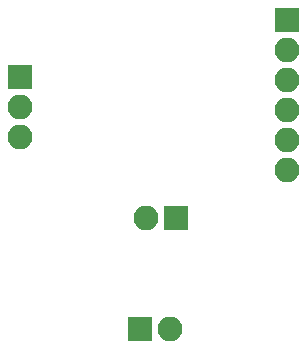
<source format=gbr>
G04 #@! TF.GenerationSoftware,KiCad,Pcbnew,5.0.0-fee4fd1~66~ubuntu16.04.1*
G04 #@! TF.CreationDate,2018-12-09T19:45:05+07:00*
G04 #@! TF.ProjectId,master_circuit,6D61737465725F636972637569742E6B,rev?*
G04 #@! TF.SameCoordinates,Original*
G04 #@! TF.FileFunction,Soldermask,Bot*
G04 #@! TF.FilePolarity,Negative*
%FSLAX46Y46*%
G04 Gerber Fmt 4.6, Leading zero omitted, Abs format (unit mm)*
G04 Created by KiCad (PCBNEW 5.0.0-fee4fd1~66~ubuntu16.04.1) date Sun Dec  9 19:45:05 2018*
%MOMM*%
%LPD*%
G01*
G04 APERTURE LIST*
%ADD10R,2.100000X2.100000*%
%ADD11O,2.100000X2.100000*%
G04 APERTURE END LIST*
D10*
G04 #@! TO.C,J1*
X168402000Y-63500000D03*
D11*
X168402000Y-66040000D03*
X168402000Y-68580000D03*
X168402000Y-71120000D03*
X168402000Y-73660000D03*
X168402000Y-76200000D03*
G04 #@! TD*
D10*
G04 #@! TO.C,J2*
X145796000Y-68326000D03*
D11*
X145796000Y-70866000D03*
X145796000Y-73406000D03*
G04 #@! TD*
D10*
G04 #@! TO.C,J3*
X155956000Y-89662000D03*
D11*
X158496000Y-89662000D03*
G04 #@! TD*
D10*
G04 #@! TO.C,J4*
X159004000Y-80264000D03*
D11*
X156464000Y-80264000D03*
G04 #@! TD*
M02*

</source>
